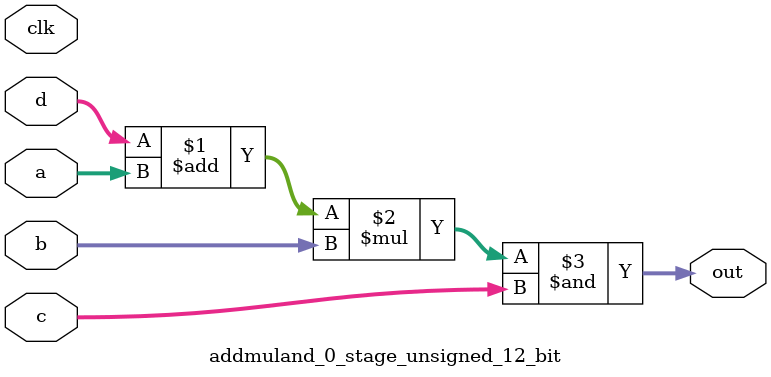
<source format=sv>
(* use_dsp = "yes" *) module addmuland_0_stage_unsigned_12_bit(
	input  [11:0] a,
	input  [11:0] b,
	input  [11:0] c,
	input  [11:0] d,
	output [11:0] out,
	input clk);

	assign out = ((d + a) * b) & c;
endmodule

</source>
